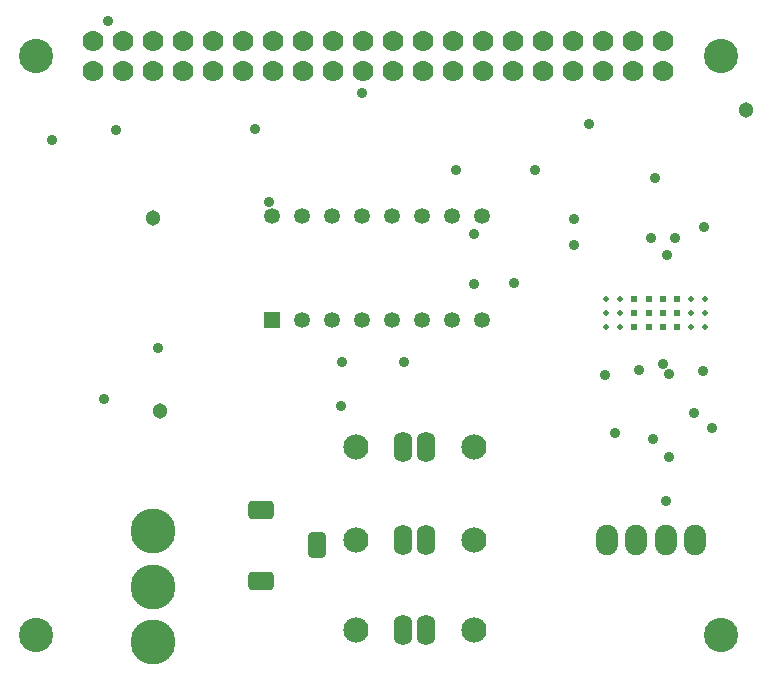
<source format=gbs>
G04*
G04 #@! TF.GenerationSoftware,Altium Limited,Altium Designer,18.1.7 (191)*
G04*
G04 Layer_Color=16711935*
%FSLAX25Y25*%
%MOIN*%
G70*
G01*
G75*
%ADD49O,0.07290X0.10243*%
G04:AMPARAMS|DCode=50|XSize=86.68mil|YSize=63.06mil|CornerRadius=16.76mil|HoleSize=0mil|Usage=FLASHONLY|Rotation=180.000|XOffset=0mil|YOffset=0mil|HoleType=Round|Shape=RoundedRectangle|*
%AMROUNDEDRECTD50*
21,1,0.08668,0.02953,0,0,180.0*
21,1,0.05315,0.06306,0,0,180.0*
1,1,0.03353,-0.02657,0.01476*
1,1,0.03353,0.02657,0.01476*
1,1,0.03353,0.02657,-0.01476*
1,1,0.03353,-0.02657,-0.01476*
%
%ADD50ROUNDEDRECTD50*%
G04:AMPARAMS|DCode=51|XSize=86.68mil|YSize=63.06mil|CornerRadius=16.76mil|HoleSize=0mil|Usage=FLASHONLY|Rotation=270.000|XOffset=0mil|YOffset=0mil|HoleType=Round|Shape=RoundedRectangle|*
%AMROUNDEDRECTD51*
21,1,0.08668,0.02953,0,0,270.0*
21,1,0.05315,0.06306,0,0,270.0*
1,1,0.03353,-0.01476,-0.02657*
1,1,0.03353,-0.01476,0.02657*
1,1,0.03353,0.01476,0.02657*
1,1,0.03353,0.01476,-0.02657*
%
%ADD51ROUNDEDRECTD51*%
%ADD52C,0.14973*%
%ADD53O,0.06306X0.10243*%
%ADD54C,0.08400*%
%ADD55R,0.05321X0.05321*%
%ADD56C,0.05321*%
%ADD57C,0.02000*%
%ADD58C,0.02400*%
%ADD59C,0.07000*%
%ADD60C,0.11424*%
%ADD61C,0.03550*%
%ADD62C,0.05124*%
D49*
X323819Y145669D02*
D03*
X304134D02*
D03*
X313976D02*
D03*
X333661D02*
D03*
D50*
X188976Y155512D02*
D03*
Y131890D02*
D03*
D51*
X207480Y143701D02*
D03*
D52*
X153091Y111417D02*
D03*
Y148425D02*
D03*
Y129921D02*
D03*
D53*
X244094Y115440D02*
D03*
X236220D02*
D03*
X244094Y145669D02*
D03*
X236220D02*
D03*
X244094Y176516D02*
D03*
X236220D02*
D03*
D54*
X220472Y176516D02*
D03*
X259843D02*
D03*
X220472Y145669D02*
D03*
X259843D02*
D03*
X220472Y115441D02*
D03*
X259843D02*
D03*
D55*
X192500Y218898D02*
D03*
D56*
X202500D02*
D03*
X212500D02*
D03*
X222500D02*
D03*
X232500D02*
D03*
X242500D02*
D03*
X252500D02*
D03*
X262500D02*
D03*
Y253543D02*
D03*
X252500D02*
D03*
X242500Y253543D02*
D03*
X232500Y253543D02*
D03*
X222500D02*
D03*
X212500D02*
D03*
X202500D02*
D03*
X192500Y253543D02*
D03*
D57*
X303937Y225984D02*
D03*
Y221260D02*
D03*
Y216535D02*
D03*
X308661Y225984D02*
D03*
Y221260D02*
D03*
X308662Y216535D02*
D03*
X337008Y225984D02*
D03*
X337008Y221260D02*
D03*
Y216535D02*
D03*
X332283Y225984D02*
D03*
X332284Y221260D02*
D03*
Y216535D02*
D03*
D58*
X313386Y225984D02*
D03*
Y221260D02*
D03*
X313386Y216535D02*
D03*
X327559Y225984D02*
D03*
X327559Y221260D02*
D03*
X327559Y216535D02*
D03*
X322835Y225984D02*
D03*
Y221260D02*
D03*
Y216535D02*
D03*
X318110Y225984D02*
D03*
Y221260D02*
D03*
X318110Y216535D02*
D03*
D59*
X132953Y301693D02*
D03*
Y311693D02*
D03*
X142953Y301693D02*
D03*
Y311693D02*
D03*
X152953Y301693D02*
D03*
Y311693D02*
D03*
X162953Y301693D02*
D03*
Y311693D02*
D03*
X172953Y301693D02*
D03*
Y311693D02*
D03*
X182953Y301693D02*
D03*
Y311693D02*
D03*
X192953Y301693D02*
D03*
Y311693D02*
D03*
X202953Y301693D02*
D03*
Y311693D02*
D03*
X212953Y301693D02*
D03*
Y311693D02*
D03*
X222953Y301693D02*
D03*
Y311693D02*
D03*
X232953Y301693D02*
D03*
Y311693D02*
D03*
X242953Y301693D02*
D03*
Y311693D02*
D03*
X252953Y301693D02*
D03*
Y311693D02*
D03*
X262953Y301693D02*
D03*
Y311693D02*
D03*
X272953Y301693D02*
D03*
Y311693D02*
D03*
X282953Y301693D02*
D03*
Y311693D02*
D03*
X292953Y301693D02*
D03*
Y311693D02*
D03*
X302953Y301693D02*
D03*
Y311693D02*
D03*
X312953Y301693D02*
D03*
Y311693D02*
D03*
X322953Y301693D02*
D03*
Y311693D02*
D03*
D60*
X113780Y113780D02*
D03*
Y306693D02*
D03*
X342126D02*
D03*
Y113780D02*
D03*
D61*
X222500Y294488D02*
D03*
X273321Y231102D02*
D03*
X336614Y250000D02*
D03*
X260000Y230709D02*
D03*
X326772Y246063D02*
D03*
X293307Y243800D02*
D03*
Y252638D02*
D03*
X318898Y246063D02*
D03*
X298347Y284252D02*
D03*
X320393Y266043D02*
D03*
X253937Y268898D02*
D03*
X280315Y268911D02*
D03*
X119291Y278740D02*
D03*
X319685Y179134D02*
D03*
X306988Y181118D02*
D03*
X215748Y190157D02*
D03*
X259842Y247638D02*
D03*
X236614Y204724D02*
D03*
X140551Y282283D02*
D03*
X191600Y258300D02*
D03*
X324803Y173228D02*
D03*
X154724Y209449D02*
D03*
X136614Y192520D02*
D03*
X187000Y282600D02*
D03*
X339428Y182800D02*
D03*
X303700Y200600D02*
D03*
X336300Y201900D02*
D03*
X324311Y240400D02*
D03*
X333300Y187700D02*
D03*
X323917Y158595D02*
D03*
X315100Y202200D02*
D03*
X325000Y200700D02*
D03*
X322800Y204200D02*
D03*
X138000Y318500D02*
D03*
X215800Y204724D02*
D03*
D62*
X155118Y188594D02*
D03*
X350590Y288976D02*
D03*
X153017Y252788D02*
D03*
M02*

</source>
